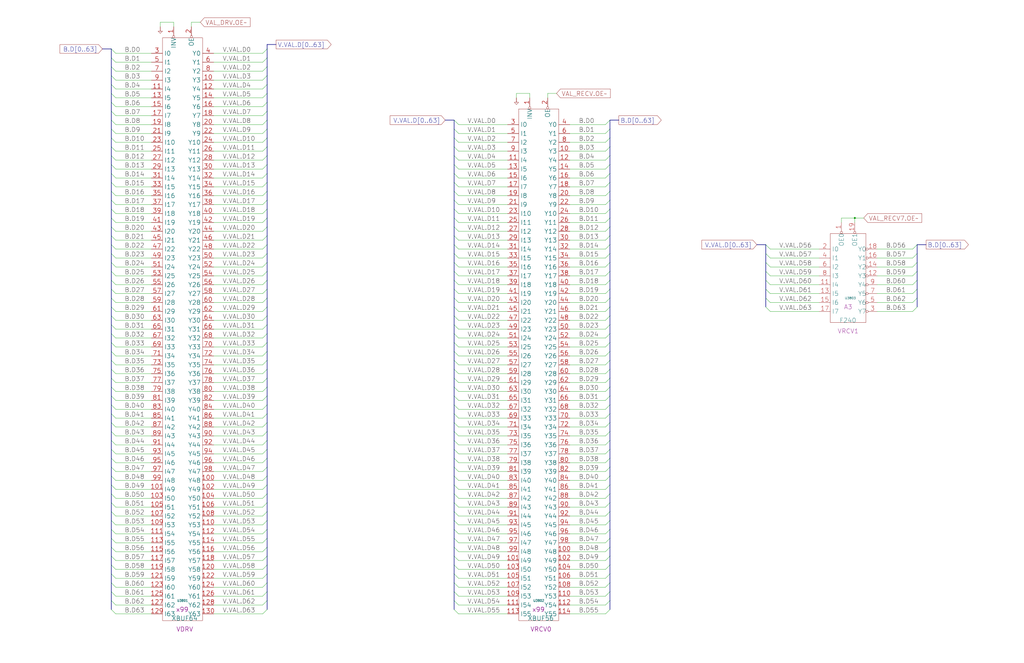
<source format=kicad_sch>
(kicad_sch (version 20230121) (generator eeschema)
  (paper "User" 584.2 378.46)
  (title_block (title "VAL DRIVER AND RECEIVER") (date "22-MAR-90") (rev "1.0") (comment 1 "VALUE") (comment 2 "232-003063") (comment 3 "S400") (comment 4 "RELEASED"))
  (junction (at 487.68 124.46))
  (bus_entry (at 347.98 231.14) (size -2.54 2.54))
  (bus_entry (at 63.5 231.14) (size 2.54 2.54))
  (bus_entry (at 63.5 190.5) (size 2.54 2.54))
  (bus_entry (at 259.08 210.82) (size 2.54 2.54))
  (bus_entry (at 63.5 261.62) (size 2.54 2.54))
  (bus_entry (at 259.08 241.3) (size 2.54 2.54))
  (bus_entry (at 63.5 297.18) (size 2.54 2.54))
  (bus_entry (at 347.98 246.38) (size -2.54 2.54))
  (bus_entry (at 152.4 180.34) (size -2.54 2.54))
  (bus_entry (at 63.5 246.38) (size 2.54 2.54))
  (bus_entry (at 347.98 83.82) (size -2.54 2.54))
  (bus_entry (at 152.4 149.86) (size -2.54 2.54))
  (bus_entry (at 259.08 256.54) (size 2.54 2.54))
  (bus_entry (at 152.4 292.1) (size -2.54 2.54))
  (bus_entry (at 347.98 109.22) (size -2.54 2.54))
  (bus_entry (at 152.4 154.94) (size -2.54 2.54))
  (bus_entry (at 152.4 317.5) (size -2.54 2.54))
  (bus_entry (at 152.4 251.46) (size -2.54 2.54))
  (bus_entry (at 152.4 271.78) (size -2.54 2.54))
  (bus_entry (at 152.4 99.06) (size -2.54 2.54))
  (bus_entry (at 347.98 307.34) (size -2.54 2.54))
  (bus_entry (at 347.98 347.98) (size -2.54 2.54))
  (bus_entry (at 347.98 195.58) (size -2.54 2.54))
  (bus_entry (at 259.08 170.18) (size 2.54 2.54))
  (bus_entry (at 63.5 160.02) (size 2.54 2.54))
  (bus_entry (at 152.4 276.86) (size -2.54 2.54))
  (bus_entry (at 152.4 241.3) (size -2.54 2.54))
  (bus_entry (at 347.98 327.66) (size -2.54 2.54))
  (bus_entry (at 523.24 170.18) (size -2.54 2.54))
  (bus_entry (at 259.08 180.34) (size 2.54 2.54))
  (bus_entry (at 152.4 347.98) (size -2.54 2.54))
  (bus_entry (at 152.4 312.42) (size -2.54 2.54))
  (bus_entry (at 259.08 312.42) (size 2.54 2.54))
  (bus_entry (at 259.08 134.62) (size 2.54 2.54))
  (bus_entry (at 152.4 175.26) (size -2.54 2.54))
  (bus_entry (at 63.5 307.34) (size 2.54 2.54))
  (bus_entry (at 152.4 256.54) (size -2.54 2.54))
  (bus_entry (at 347.98 165.1) (size -2.54 2.54))
  (bus_entry (at 152.4 322.58) (size -2.54 2.54))
  (bus_entry (at 436.88 139.7) (size 2.54 2.54))
  (bus_entry (at 152.4 185.42) (size -2.54 2.54))
  (bus_entry (at 347.98 139.7) (size -2.54 2.54))
  (bus_entry (at 63.5 241.3) (size 2.54 2.54))
  (bus_entry (at 63.5 332.74) (size 2.54 2.54))
  (bus_entry (at 523.24 154.94) (size -2.54 2.54))
  (bus_entry (at 259.08 327.66) (size 2.54 2.54))
  (bus_entry (at 63.5 73.66) (size 2.54 2.54))
  (bus_entry (at 347.98 322.58) (size -2.54 2.54))
  (bus_entry (at 523.24 160.02) (size -2.54 2.54))
  (bus_entry (at 259.08 276.86) (size 2.54 2.54))
  (bus_entry (at 347.98 129.54) (size -2.54 2.54))
  (bus_entry (at 259.08 119.38) (size 2.54 2.54))
  (bus_entry (at 63.5 119.38) (size 2.54 2.54))
  (bus_entry (at 152.4 342.9) (size -2.54 2.54))
  (bus_entry (at 152.4 83.82) (size -2.54 2.54))
  (bus_entry (at 259.08 347.98) (size 2.54 2.54))
  (bus_entry (at 347.98 185.42) (size -2.54 2.54))
  (bus_entry (at 152.4 78.74) (size -2.54 2.54))
  (bus_entry (at 259.08 226.06) (size 2.54 2.54))
  (bus_entry (at 347.98 205.74) (size -2.54 2.54))
  (bus_entry (at 259.08 129.54) (size 2.54 2.54))
  (bus_entry (at 152.4 93.98) (size -2.54 2.54))
  (bus_entry (at 347.98 215.9) (size -2.54 2.54))
  (bus_entry (at 63.5 210.82) (size 2.54 2.54))
  (bus_entry (at 63.5 99.06) (size 2.54 2.54))
  (bus_entry (at 436.88 165.1) (size 2.54 2.54))
  (bus_entry (at 259.08 99.06) (size 2.54 2.54))
  (bus_entry (at 152.4 215.9) (size -2.54 2.54))
  (bus_entry (at 63.5 281.94) (size 2.54 2.54))
  (bus_entry (at 259.08 200.66) (size 2.54 2.54))
  (bus_entry (at 63.5 63.5) (size 2.54 2.54))
  (bus_entry (at 63.5 139.7) (size 2.54 2.54))
  (bus_entry (at 259.08 246.38) (size 2.54 2.54))
  (bus_entry (at 347.98 124.46) (size -2.54 2.54))
  (bus_entry (at 259.08 144.78) (size 2.54 2.54))
  (bus_entry (at 152.4 43.18) (size -2.54 2.54))
  (bus_entry (at 63.5 317.5) (size 2.54 2.54))
  (bus_entry (at 259.08 93.98) (size 2.54 2.54))
  (bus_entry (at 152.4 266.7) (size -2.54 2.54))
  (bus_entry (at 63.5 129.54) (size 2.54 2.54))
  (bus_entry (at 152.4 231.14) (size -2.54 2.54))
  (bus_entry (at 347.98 154.94) (size -2.54 2.54))
  (bus_entry (at 259.08 68.58) (size 2.54 2.54))
  (bus_entry (at 63.5 302.26) (size 2.54 2.54))
  (bus_entry (at 436.88 154.94) (size 2.54 2.54))
  (bus_entry (at 259.08 190.5) (size 2.54 2.54))
  (bus_entry (at 63.5 180.34) (size 2.54 2.54))
  (bus_entry (at 152.4 109.22) (size -2.54 2.54))
  (bus_entry (at 259.08 215.9) (size 2.54 2.54))
  (bus_entry (at 63.5 205.74) (size 2.54 2.54))
  (bus_entry (at 259.08 220.98) (size 2.54 2.54))
  (bus_entry (at 152.4 261.62) (size -2.54 2.54))
  (bus_entry (at 152.4 139.7) (size -2.54 2.54))
  (bus_entry (at 152.4 236.22) (size -2.54 2.54))
  (bus_entry (at 152.4 307.34) (size -2.54 2.54))
  (bus_entry (at 152.4 144.78) (size -2.54 2.54))
  (bus_entry (at 259.08 160.02) (size 2.54 2.54))
  (bus_entry (at 63.5 104.14) (size 2.54 2.54))
  (bus_entry (at 63.5 175.26) (size 2.54 2.54))
  (bus_entry (at 259.08 236.22) (size 2.54 2.54))
  (bus_entry (at 523.24 139.7) (size -2.54 2.54))
  (bus_entry (at 63.5 165.1) (size 2.54 2.54))
  (bus_entry (at 347.98 261.62) (size -2.54 2.54))
  (bus_entry (at 152.4 53.34) (size -2.54 2.54))
  (bus_entry (at 63.5 134.62) (size 2.54 2.54))
  (bus_entry (at 347.98 220.98) (size -2.54 2.54))
  (bus_entry (at 347.98 73.66) (size -2.54 2.54))
  (bus_entry (at 63.5 58.42) (size 2.54 2.54))
  (bus_entry (at 347.98 180.34) (size -2.54 2.54))
  (bus_entry (at 152.4 226.06) (size -2.54 2.54))
  (bus_entry (at 152.4 160.02) (size -2.54 2.54))
  (bus_entry (at 63.5 200.66) (size 2.54 2.54))
  (bus_entry (at 63.5 78.74) (size 2.54 2.54))
  (bus_entry (at 259.08 271.78) (size 2.54 2.54))
  (bus_entry (at 259.08 266.7) (size 2.54 2.54))
  (bus_entry (at 63.5 271.78) (size 2.54 2.54))
  (bus_entry (at 347.98 226.06) (size -2.54 2.54))
  (bus_entry (at 259.08 332.74) (size 2.54 2.54))
  (bus_entry (at 152.4 205.74) (size -2.54 2.54))
  (bus_entry (at 152.4 302.26) (size -2.54 2.54))
  (bus_entry (at 347.98 337.82) (size -2.54 2.54))
  (bus_entry (at 347.98 114.3) (size -2.54 2.54))
  (bus_entry (at 152.4 190.5) (size -2.54 2.54))
  (bus_entry (at 259.08 78.74) (size 2.54 2.54))
  (bus_entry (at 152.4 210.82) (size -2.54 2.54))
  (bus_entry (at 63.5 33.02) (size 2.54 2.54))
  (bus_entry (at 63.5 287.02) (size 2.54 2.54))
  (bus_entry (at 259.08 281.94) (size 2.54 2.54))
  (bus_entry (at 152.4 129.54) (size -2.54 2.54))
  (bus_entry (at 347.98 78.74) (size -2.54 2.54))
  (bus_entry (at 152.4 327.66) (size -2.54 2.54))
  (bus_entry (at 259.08 251.46) (size 2.54 2.54))
  (bus_entry (at 63.5 93.98) (size 2.54 2.54))
  (bus_entry (at 152.4 332.74) (size -2.54 2.54))
  (bus_entry (at 259.08 83.82) (size 2.54 2.54))
  (bus_entry (at 347.98 99.06) (size -2.54 2.54))
  (bus_entry (at 63.5 266.7) (size 2.54 2.54))
  (bus_entry (at 259.08 287.02) (size 2.54 2.54))
  (bus_entry (at 63.5 322.58) (size 2.54 2.54))
  (bus_entry (at 63.5 195.58) (size 2.54 2.54))
  (bus_entry (at 347.98 302.26) (size -2.54 2.54))
  (bus_entry (at 152.4 33.02) (size -2.54 2.54))
  (bus_entry (at 152.4 27.94) (size -2.54 2.54))
  (bus_entry (at 152.4 119.38) (size -2.54 2.54))
  (bus_entry (at 259.08 292.1) (size 2.54 2.54))
  (bus_entry (at 63.5 114.3) (size 2.54 2.54))
  (bus_entry (at 152.4 337.82) (size -2.54 2.54))
  (bus_entry (at 63.5 124.46) (size 2.54 2.54))
  (bus_entry (at 347.98 144.78) (size -2.54 2.54))
  (bus_entry (at 259.08 73.66) (size 2.54 2.54))
  (bus_entry (at 347.98 271.78) (size -2.54 2.54))
  (bus_entry (at 152.4 246.38) (size -2.54 2.54))
  (bus_entry (at 63.5 215.9) (size 2.54 2.54))
  (bus_entry (at 63.5 292.1) (size 2.54 2.54))
  (bus_entry (at 347.98 160.02) (size -2.54 2.54))
  (bus_entry (at 259.08 185.42) (size 2.54 2.54))
  (bus_entry (at 347.98 332.74) (size -2.54 2.54))
  (bus_entry (at 436.88 170.18) (size 2.54 2.54))
  (bus_entry (at 63.5 88.9) (size 2.54 2.54))
  (bus_entry (at 347.98 292.1) (size -2.54 2.54))
  (bus_entry (at 259.08 109.22) (size 2.54 2.54))
  (bus_entry (at 259.08 307.34) (size 2.54 2.54))
  (bus_entry (at 152.4 281.94) (size -2.54 2.54))
  (bus_entry (at 152.4 287.02) (size -2.54 2.54))
  (bus_entry (at 259.08 154.94) (size 2.54 2.54))
  (bus_entry (at 347.98 149.86) (size -2.54 2.54))
  (bus_entry (at 347.98 317.5) (size -2.54 2.54))
  (bus_entry (at 152.4 195.58) (size -2.54 2.54))
  (bus_entry (at 152.4 38.1) (size -2.54 2.54))
  (bus_entry (at 436.88 144.78) (size 2.54 2.54))
  (bus_entry (at 152.4 88.9) (size -2.54 2.54))
  (bus_entry (at 152.4 114.3) (size -2.54 2.54))
  (bus_entry (at 347.98 236.22) (size -2.54 2.54))
  (bus_entry (at 347.98 119.38) (size -2.54 2.54))
  (bus_entry (at 259.08 149.86) (size 2.54 2.54))
  (bus_entry (at 63.5 327.66) (size 2.54 2.54))
  (bus_entry (at 259.08 302.26) (size 2.54 2.54))
  (bus_entry (at 347.98 256.54) (size -2.54 2.54))
  (bus_entry (at 347.98 170.18) (size -2.54 2.54))
  (bus_entry (at 347.98 297.18) (size -2.54 2.54))
  (bus_entry (at 347.98 210.82) (size -2.54 2.54))
  (bus_entry (at 259.08 114.3) (size 2.54 2.54))
  (bus_entry (at 259.08 88.9) (size 2.54 2.54))
  (bus_entry (at 347.98 93.98) (size -2.54 2.54))
  (bus_entry (at 63.5 144.78) (size 2.54 2.54))
  (bus_entry (at 63.5 83.82) (size 2.54 2.54))
  (bus_entry (at 152.4 104.14) (size -2.54 2.54))
  (bus_entry (at 259.08 139.7) (size 2.54 2.54))
  (bus_entry (at 63.5 256.54) (size 2.54 2.54))
  (bus_entry (at 152.4 170.18) (size -2.54 2.54))
  (bus_entry (at 347.98 190.5) (size -2.54 2.54))
  (bus_entry (at 259.08 175.26) (size 2.54 2.54))
  (bus_entry (at 63.5 154.94) (size 2.54 2.54))
  (bus_entry (at 347.98 342.9) (size -2.54 2.54))
  (bus_entry (at 63.5 48.26) (size 2.54 2.54))
  (bus_entry (at 347.98 251.46) (size -2.54 2.54))
  (bus_entry (at 523.24 175.26) (size -2.54 2.54))
  (bus_entry (at 63.5 226.06) (size 2.54 2.54))
  (bus_entry (at 63.5 236.22) (size 2.54 2.54))
  (bus_entry (at 63.5 251.46) (size 2.54 2.54))
  (bus_entry (at 152.4 63.5) (size -2.54 2.54))
  (bus_entry (at 152.4 48.26) (size -2.54 2.54))
  (bus_entry (at 259.08 195.58) (size 2.54 2.54))
  (bus_entry (at 63.5 220.98) (size 2.54 2.54))
  (bus_entry (at 63.5 27.94) (size 2.54 2.54))
  (bus_entry (at 347.98 241.3) (size -2.54 2.54))
  (bus_entry (at 347.98 287.02) (size -2.54 2.54))
  (bus_entry (at 347.98 281.94) (size -2.54 2.54))
  (bus_entry (at 152.4 73.66) (size -2.54 2.54))
  (bus_entry (at 63.5 43.18) (size 2.54 2.54))
  (bus_entry (at 259.08 124.46) (size 2.54 2.54))
  (bus_entry (at 63.5 38.1) (size 2.54 2.54))
  (bus_entry (at 63.5 342.9) (size 2.54 2.54))
  (bus_entry (at 259.08 337.82) (size 2.54 2.54))
  (bus_entry (at 63.5 109.22) (size 2.54 2.54))
  (bus_entry (at 152.4 220.98) (size -2.54 2.54))
  (bus_entry (at 259.08 165.1) (size 2.54 2.54))
  (bus_entry (at 259.08 317.5) (size 2.54 2.54))
  (bus_entry (at 152.4 124.46) (size -2.54 2.54))
  (bus_entry (at 259.08 297.18) (size 2.54 2.54))
  (bus_entry (at 152.4 58.42) (size -2.54 2.54))
  (bus_entry (at 436.88 149.86) (size 2.54 2.54))
  (bus_entry (at 347.98 200.66) (size -2.54 2.54))
  (bus_entry (at 259.08 104.14) (size 2.54 2.54))
  (bus_entry (at 347.98 276.86) (size -2.54 2.54))
  (bus_entry (at 523.24 144.78) (size -2.54 2.54))
  (bus_entry (at 63.5 68.58) (size 2.54 2.54))
  (bus_entry (at 259.08 322.58) (size 2.54 2.54))
  (bus_entry (at 347.98 266.7) (size -2.54 2.54))
  (bus_entry (at 347.98 134.62) (size -2.54 2.54))
  (bus_entry (at 152.4 297.18) (size -2.54 2.54))
  (bus_entry (at 152.4 134.62) (size -2.54 2.54))
  (bus_entry (at 259.08 261.62) (size 2.54 2.54))
  (bus_entry (at 152.4 68.58) (size -2.54 2.54))
  (bus_entry (at 259.08 205.74) (size 2.54 2.54))
  (bus_entry (at 63.5 276.86) (size 2.54 2.54))
  (bus_entry (at 63.5 53.34) (size 2.54 2.54))
  (bus_entry (at 152.4 165.1) (size -2.54 2.54))
  (bus_entry (at 63.5 337.82) (size 2.54 2.54))
  (bus_entry (at 152.4 200.66) (size -2.54 2.54))
  (bus_entry (at 523.24 165.1) (size -2.54 2.54))
  (bus_entry (at 63.5 149.86) (size 2.54 2.54))
  (bus_entry (at 436.88 160.02) (size 2.54 2.54))
  (bus_entry (at 63.5 312.42) (size 2.54 2.54))
  (bus_entry (at 63.5 185.42) (size 2.54 2.54))
  (bus_entry (at 63.5 347.98) (size 2.54 2.54))
  (bus_entry (at 259.08 231.14) (size 2.54 2.54))
  (bus_entry (at 347.98 88.9) (size -2.54 2.54))
  (bus_entry (at 347.98 104.14) (size -2.54 2.54))
  (bus_entry (at 347.98 312.42) (size -2.54 2.54))
  (bus_entry (at 259.08 342.9) (size 2.54 2.54))
  (bus_entry (at 436.88 175.26) (size 2.54 2.54))
  (bus_entry (at 523.24 149.86) (size -2.54 2.54))
  (bus_entry (at 347.98 175.26) (size -2.54 2.54))
  (bus_entry (at 347.98 68.58) (size -2.54 2.54))
  (bus_entry (at 63.5 170.18) (size 2.54 2.54))
  (bus (pts (xy 63.5 175.26) (xy 63.5 180.34)))
  (wire (pts (xy 149.86 238.76) (xy 121.92 238.76)))
  (bus (pts (xy 259.08 287.02) (xy 259.08 292.1)))
  (bus (pts (xy 523.24 139.7) (xy 523.24 144.78)))
  (wire (pts (xy 86.36 264.16) (xy 66.04 264.16)))
  (bus (pts (xy 259.08 170.18) (xy 259.08 175.26)))
  (bus (pts (xy 347.98 317.5) (xy 347.98 322.58)))
  (wire (pts (xy 261.62 76.2) (xy 289.56 76.2)))
  (bus (pts (xy 63.5 48.26) (xy 63.5 53.34)))
  (wire (pts (xy 149.86 152.4) (xy 121.92 152.4)))
  (bus (pts (xy 63.5 27.94) (xy 63.5 33.02)))
  (wire (pts (xy 480.06 124.46) (xy 480.06 127)))
  (wire (pts (xy 439.42 177.8) (xy 467.36 177.8)))
  (wire (pts (xy 325.12 243.84) (xy 345.44 243.84)))
  (wire (pts (xy 86.36 233.68) (xy 66.04 233.68)))
  (wire (pts (xy 86.36 45.72) (xy 66.04 45.72)))
  (bus (pts (xy 347.98 73.66) (xy 347.98 78.74)))
  (bus (pts (xy 259.08 307.34) (xy 259.08 312.42)))
  (bus (pts (xy 259.08 200.66) (xy 259.08 205.74)))
  (wire (pts (xy 325.12 213.36) (xy 345.44 213.36)))
  (bus (pts (xy 259.08 226.06) (xy 259.08 231.14)))
  (bus (pts (xy 152.4 307.34) (xy 152.4 312.42)))
  (wire (pts (xy 86.36 76.2) (xy 66.04 76.2)))
  (bus (pts (xy 63.5 226.06) (xy 63.5 231.14)))
  (wire (pts (xy 86.36 132.08) (xy 66.04 132.08)))
  (wire (pts (xy 109.22 12.7) (xy 109.22 15.24)))
  (bus (pts (xy 63.5 160.02) (xy 63.5 165.1)))
  (wire (pts (xy 86.36 81.28) (xy 66.04 81.28)))
  (bus (pts (xy 347.98 251.46) (xy 347.98 256.54)))
  (bus (pts (xy 63.5 190.5) (xy 63.5 195.58)))
  (wire (pts (xy 121.92 335.28) (xy 149.86 335.28)))
  (wire (pts (xy 149.86 71.12) (xy 121.92 71.12)))
  (bus (pts (xy 353.06 68.58) (xy 347.98 68.58)))
  (bus (pts (xy 58.42 27.94) (xy 63.5 27.94)))
  (wire (pts (xy 149.86 81.28) (xy 121.92 81.28)))
  (bus (pts (xy 347.98 292.1) (xy 347.98 297.18)))
  (wire (pts (xy 149.86 50.8) (xy 121.92 50.8)))
  (bus (pts (xy 259.08 114.3) (xy 259.08 119.38)))
  (bus (pts (xy 347.98 266.7) (xy 347.98 271.78)))
  (wire (pts (xy 261.62 350.52) (xy 289.56 350.52)))
  (wire (pts (xy 66.04 320.04) (xy 86.36 320.04)))
  (bus (pts (xy 528.32 139.7) (xy 523.24 139.7)))
  (bus (pts (xy 259.08 83.82) (xy 259.08 88.9)))
  (bus (pts (xy 259.08 281.94) (xy 259.08 287.02)))
  (wire (pts (xy 86.36 223.52) (xy 66.04 223.52)))
  (bus (pts (xy 63.5 139.7) (xy 63.5 144.78)))
  (bus (pts (xy 152.4 165.1) (xy 152.4 170.18)))
  (bus (pts (xy 347.98 231.14) (xy 347.98 236.22)))
  (wire (pts (xy 86.36 243.84) (xy 66.04 243.84)))
  (bus (pts (xy 259.08 236.22) (xy 259.08 241.3)))
  (bus (pts (xy 63.5 180.34) (xy 63.5 185.42)))
  (wire (pts (xy 325.12 132.08) (xy 345.44 132.08)))
  (wire (pts (xy 66.04 325.12) (xy 86.36 325.12)))
  (wire (pts (xy 500.38 167.64) (xy 520.7 167.64)))
  (bus (pts (xy 152.4 292.1) (xy 152.4 297.18)))
  (wire (pts (xy 261.62 152.4) (xy 289.56 152.4)))
  (bus (pts (xy 152.4 63.5) (xy 152.4 68.58)))
  (wire (pts (xy 439.42 167.64) (xy 467.36 167.64)))
  (wire (pts (xy 86.36 147.32) (xy 66.04 147.32)))
  (bus (pts (xy 152.4 256.54) (xy 152.4 261.62)))
  (bus (pts (xy 63.5 154.94) (xy 63.5 160.02)))
  (bus (pts (xy 152.4 210.82) (xy 152.4 215.9)))
  (wire (pts (xy 325.12 208.28) (xy 345.44 208.28)))
  (bus (pts (xy 347.98 236.22) (xy 347.98 241.3)))
  (bus (pts (xy 63.5 195.58) (xy 63.5 200.66)))
  (wire (pts (xy 86.36 157.48) (xy 66.04 157.48)))
  (bus (pts (xy 523.24 144.78) (xy 523.24 149.86)))
  (wire (pts (xy 325.12 142.24) (xy 345.44 142.24)))
  (wire (pts (xy 121.92 320.04) (xy 149.86 320.04)))
  (bus (pts (xy 152.4 281.94) (xy 152.4 287.02)))
  (wire (pts (xy 325.12 279.4) (xy 345.44 279.4)))
  (bus (pts (xy 347.98 114.3) (xy 347.98 119.38)))
  (bus (pts (xy 347.98 246.38) (xy 347.98 251.46)))
  (bus (pts (xy 152.4 38.1) (xy 152.4 43.18)))
  (bus (pts (xy 259.08 180.34) (xy 259.08 185.42)))
  (wire (pts (xy 325.12 325.12) (xy 345.44 325.12)))
  (bus (pts (xy 152.4 129.54) (xy 152.4 134.62)))
  (wire (pts (xy 325.12 81.28) (xy 345.44 81.28)))
  (bus (pts (xy 152.4 160.02) (xy 152.4 165.1)))
  (wire (pts (xy 325.12 182.88) (xy 345.44 182.88)))
  (bus (pts (xy 347.98 276.86) (xy 347.98 281.94)))
  (bus (pts (xy 259.08 119.38) (xy 259.08 124.46)))
  (bus (pts (xy 259.08 337.82) (xy 259.08 342.9)))
  (bus (pts (xy 347.98 332.74) (xy 347.98 337.82)))
  (bus (pts (xy 152.4 53.34) (xy 152.4 58.42)))
  (bus (pts (xy 259.08 190.5) (xy 259.08 195.58)))
  (bus (pts (xy 63.5 109.22) (xy 63.5 114.3)))
  (wire (pts (xy 439.42 142.24) (xy 467.36 142.24)))
  (wire (pts (xy 261.62 320.04) (xy 289.56 320.04)))
  (wire (pts (xy 261.62 294.64) (xy 289.56 294.64)))
  (wire (pts (xy 261.62 269.24) (xy 289.56 269.24)))
  (bus (pts (xy 63.5 271.78) (xy 63.5 276.86)))
  (bus (pts (xy 63.5 322.58) (xy 63.5 327.66)))
  (wire (pts (xy 325.12 259.08) (xy 345.44 259.08)))
  (bus (pts (xy 436.88 139.7) (xy 436.88 144.78)))
  (bus (pts (xy 63.5 104.14) (xy 63.5 109.22)))
  (wire (pts (xy 149.86 76.2) (xy 121.92 76.2)))
  (bus (pts (xy 259.08 302.26) (xy 259.08 307.34)))
  (wire (pts (xy 325.12 177.8) (xy 345.44 177.8)))
  (bus (pts (xy 347.98 93.98) (xy 347.98 99.06)))
  (wire (pts (xy 86.36 193.04) (xy 66.04 193.04)))
  (bus (pts (xy 436.88 160.02) (xy 436.88 165.1)))
  (bus (pts (xy 259.08 165.1) (xy 259.08 170.18)))
  (wire (pts (xy 325.12 198.12) (xy 345.44 198.12)))
  (bus (pts (xy 347.98 104.14) (xy 347.98 109.22)))
  (wire (pts (xy 149.86 106.68) (xy 121.92 106.68)))
  (bus (pts (xy 63.5 241.3) (xy 63.5 246.38)))
  (bus (pts (xy 259.08 93.98) (xy 259.08 99.06)))
  (bus (pts (xy 63.5 236.22) (xy 63.5 241.3)))
  (bus (pts (xy 347.98 139.7) (xy 347.98 144.78)))
  (wire (pts (xy 261.62 96.52) (xy 289.56 96.52)))
  (bus (pts (xy 152.4 43.18) (xy 152.4 48.26)))
  (wire (pts (xy 149.86 182.88) (xy 121.92 182.88)))
  (wire (pts (xy 261.62 177.8) (xy 289.56 177.8)))
  (wire (pts (xy 86.36 177.8) (xy 66.04 177.8)))
  (bus (pts (xy 152.4 302.26) (xy 152.4 307.34)))
  (wire (pts (xy 86.36 228.6) (xy 66.04 228.6)))
  (bus (pts (xy 152.4 25.4) (xy 152.4 27.94)))
  (wire (pts (xy 149.86 55.88) (xy 121.92 55.88)))
  (bus (pts (xy 152.4 266.7) (xy 152.4 271.78)))
  (bus (pts (xy 259.08 297.18) (xy 259.08 302.26)))
  (wire (pts (xy 86.36 304.8) (xy 66.04 304.8)))
  (bus (pts (xy 347.98 220.98) (xy 347.98 226.06)))
  (wire (pts (xy 261.62 289.56) (xy 289.56 289.56)))
  (wire (pts (xy 261.62 345.44) (xy 289.56 345.44)))
  (bus (pts (xy 347.98 83.82) (xy 347.98 88.9)))
  (bus (pts (xy 152.4 327.66) (xy 152.4 332.74)))
  (bus (pts (xy 259.08 195.58) (xy 259.08 200.66)))
  (bus (pts (xy 259.08 99.06) (xy 259.08 104.14)))
  (bus (pts (xy 259.08 124.46) (xy 259.08 129.54)))
  (bus (pts (xy 152.4 312.42) (xy 152.4 317.5)))
  (bus (pts (xy 347.98 261.62) (xy 347.98 266.7)))
  (bus (pts (xy 63.5 38.1) (xy 63.5 43.18)))
  (wire (pts (xy 149.86 91.44) (xy 121.92 91.44)))
  (wire (pts (xy 86.36 152.4) (xy 66.04 152.4)))
  (bus (pts (xy 63.5 93.98) (xy 63.5 99.06)))
  (wire (pts (xy 86.36 238.76) (xy 66.04 238.76)))
  (bus (pts (xy 259.08 154.94) (xy 259.08 160.02)))
  (bus (pts (xy 347.98 281.94) (xy 347.98 287.02)))
  (bus (pts (xy 347.98 307.34) (xy 347.98 312.42)))
  (wire (pts (xy 261.62 203.2) (xy 289.56 203.2)))
  (wire (pts (xy 66.04 340.36) (xy 86.36 340.36)))
  (bus (pts (xy 152.4 119.38) (xy 152.4 124.46)))
  (wire (pts (xy 121.92 314.96) (xy 149.86 314.96)))
  (wire (pts (xy 149.86 304.8) (xy 121.92 304.8)))
  (bus (pts (xy 347.98 154.94) (xy 347.98 160.02)))
  (wire (pts (xy 439.42 147.32) (xy 467.36 147.32)))
  (bus (pts (xy 63.5 68.58) (xy 63.5 73.66)))
  (wire (pts (xy 149.86 259.08) (xy 121.92 259.08)))
  (wire (pts (xy 261.62 238.76) (xy 289.56 238.76)))
  (bus (pts (xy 259.08 215.9) (xy 259.08 220.98)))
  (bus (pts (xy 63.5 73.66) (xy 63.5 78.74)))
  (wire (pts (xy 325.12 345.44) (xy 345.44 345.44)))
  (bus (pts (xy 347.98 205.74) (xy 347.98 210.82)))
  (wire (pts (xy 149.86 284.48) (xy 121.92 284.48)))
  (wire (pts (xy 261.62 218.44) (xy 289.56 218.44)))
  (wire (pts (xy 149.86 137.16) (xy 121.92 137.16)))
  (wire (pts (xy 149.86 111.76) (xy 121.92 111.76)))
  (wire (pts (xy 149.86 121.92) (xy 121.92 121.92)))
  (bus (pts (xy 63.5 88.9) (xy 63.5 93.98)))
  (bus (pts (xy 63.5 114.3) (xy 63.5 119.38)))
  (bus (pts (xy 63.5 185.42) (xy 63.5 190.5)))
  (bus (pts (xy 347.98 337.82) (xy 347.98 342.9)))
  (wire (pts (xy 325.12 350.52) (xy 345.44 350.52)))
  (wire (pts (xy 261.62 172.72) (xy 289.56 172.72)))
  (wire (pts (xy 261.62 106.68) (xy 289.56 106.68)))
  (wire (pts (xy 149.86 132.08) (xy 121.92 132.08)))
  (wire (pts (xy 325.12 269.24) (xy 345.44 269.24)))
  (bus (pts (xy 259.08 205.74) (xy 259.08 210.82)))
  (wire (pts (xy 149.86 60.96) (xy 121.92 60.96)))
  (bus (pts (xy 63.5 287.02) (xy 63.5 292.1)))
  (wire (pts (xy 487.68 124.46) (xy 487.68 127)))
  (bus (pts (xy 152.4 175.26) (xy 152.4 180.34)))
  (bus (pts (xy 152.4 58.42) (xy 152.4 63.5)))
  (bus (pts (xy 152.4 226.06) (xy 152.4 231.14)))
  (wire (pts (xy 86.36 91.44) (xy 66.04 91.44)))
  (wire (pts (xy 86.36 284.48) (xy 66.04 284.48)))
  (bus (pts (xy 63.5 302.26) (xy 63.5 307.34)))
  (bus (pts (xy 152.4 220.98) (xy 152.4 226.06)))
  (wire (pts (xy 86.36 294.64) (xy 66.04 294.64)))
  (bus (pts (xy 259.08 129.54) (xy 259.08 134.62)))
  (wire (pts (xy 149.86 243.84) (xy 121.92 243.84)))
  (wire (pts (xy 86.36 167.64) (xy 66.04 167.64)))
  (bus (pts (xy 436.88 165.1) (xy 436.88 170.18)))
  (bus (pts (xy 259.08 104.14) (xy 259.08 109.22)))
  (bus (pts (xy 152.4 297.18) (xy 152.4 302.26)))
  (bus (pts (xy 63.5 165.1) (xy 63.5 170.18)))
  (wire (pts (xy 302.26 53.34) (xy 302.26 55.88)))
  (wire (pts (xy 149.86 172.72) (xy 121.92 172.72)))
  (bus (pts (xy 347.98 327.66) (xy 347.98 332.74)))
  (bus (pts (xy 347.98 185.42) (xy 347.98 190.5)))
  (bus (pts (xy 259.08 220.98) (xy 259.08 226.06)))
  (wire (pts (xy 325.12 330.2) (xy 345.44 330.2)))
  (bus (pts (xy 152.4 180.34) (xy 152.4 185.42)))
  (wire (pts (xy 325.12 264.16) (xy 345.44 264.16)))
  (wire (pts (xy 149.86 203.2) (xy 121.92 203.2)))
  (bus (pts (xy 259.08 160.02) (xy 259.08 165.1)))
  (wire (pts (xy 261.62 279.4) (xy 289.56 279.4)))
  (bus (pts (xy 347.98 99.06) (xy 347.98 104.14)))
  (wire (pts (xy 261.62 248.92) (xy 289.56 248.92)))
  (wire (pts (xy 149.86 187.96) (xy 121.92 187.96)))
  (bus (pts (xy 63.5 210.82) (xy 63.5 215.9)))
  (wire (pts (xy 261.62 335.28) (xy 289.56 335.28)))
  (bus (pts (xy 152.4 190.5) (xy 152.4 195.58)))
  (bus (pts (xy 259.08 139.7) (xy 259.08 144.78)))
  (bus (pts (xy 152.4 78.74) (xy 152.4 83.82)))
  (bus (pts (xy 523.24 149.86) (xy 523.24 154.94)))
  (wire (pts (xy 325.12 147.32) (xy 345.44 147.32)))
  (wire (pts (xy 325.12 254) (xy 345.44 254)))
  (wire (pts (xy 149.86 264.16) (xy 121.92 264.16)))
  (bus (pts (xy 63.5 124.46) (xy 63.5 129.54)))
  (wire (pts (xy 325.12 314.96) (xy 345.44 314.96)))
  (bus (pts (xy 63.5 266.7) (xy 63.5 271.78)))
  (wire (pts (xy 149.86 198.12) (xy 121.92 198.12)))
  (bus (pts (xy 63.5 134.62) (xy 63.5 139.7)))
  (wire (pts (xy 325.12 284.48) (xy 345.44 284.48)))
  (bus (pts (xy 152.4 322.58) (xy 152.4 327.66)))
  (bus (pts (xy 347.98 287.02) (xy 347.98 292.1)))
  (bus (pts (xy 152.4 215.9) (xy 152.4 220.98)))
  (wire (pts (xy 325.12 111.76) (xy 345.44 111.76)))
  (wire (pts (xy 317.5 53.34) (xy 312.42 53.34)))
  (bus (pts (xy 259.08 276.86) (xy 259.08 281.94)))
  (bus (pts (xy 63.5 281.94) (xy 63.5 287.02)))
  (bus (pts (xy 152.4 195.58) (xy 152.4 200.66)))
  (bus (pts (xy 347.98 180.34) (xy 347.98 185.42)))
  (bus (pts (xy 347.98 195.58) (xy 347.98 200.66)))
  (bus (pts (xy 152.4 185.42) (xy 152.4 190.5)))
  (bus (pts (xy 152.4 134.62) (xy 152.4 139.7)))
  (bus (pts (xy 347.98 134.62) (xy 347.98 139.7)))
  (bus (pts (xy 63.5 149.86) (xy 63.5 154.94)))
  (wire (pts (xy 325.12 248.92) (xy 345.44 248.92)))
  (wire (pts (xy 325.12 162.56) (xy 345.44 162.56)))
  (wire (pts (xy 261.62 340.36) (xy 289.56 340.36)))
  (wire (pts (xy 325.12 335.28) (xy 345.44 335.28)))
  (bus (pts (xy 523.24 165.1) (xy 523.24 170.18)))
  (wire (pts (xy 86.36 274.32) (xy 66.04 274.32)))
  (wire (pts (xy 149.86 101.6) (xy 121.92 101.6)))
  (wire (pts (xy 261.62 228.6) (xy 289.56 228.6)))
  (bus (pts (xy 347.98 160.02) (xy 347.98 165.1)))
  (wire (pts (xy 86.36 162.56) (xy 66.04 162.56)))
  (bus (pts (xy 436.88 154.94) (xy 436.88 160.02)))
  (wire (pts (xy 325.12 106.68) (xy 345.44 106.68)))
  (bus (pts (xy 347.98 256.54) (xy 347.98 261.62)))
  (bus (pts (xy 63.5 99.06) (xy 63.5 104.14)))
  (wire (pts (xy 439.42 172.72) (xy 467.36 172.72)))
  (wire (pts (xy 325.12 116.84) (xy 345.44 116.84)))
  (bus (pts (xy 523.24 160.02) (xy 523.24 165.1)))
  (bus (pts (xy 347.98 165.1) (xy 347.98 170.18)))
  (wire (pts (xy 149.86 193.04) (xy 121.92 193.04)))
  (wire (pts (xy 325.12 274.32) (xy 345.44 274.32)))
  (bus (pts (xy 436.88 144.78) (xy 436.88 149.86)))
  (wire (pts (xy 149.86 248.92) (xy 121.92 248.92)))
  (wire (pts (xy 86.36 66.04) (xy 66.04 66.04)))
  (bus (pts (xy 63.5 58.42) (xy 63.5 63.5)))
  (wire (pts (xy 149.86 45.72) (xy 121.92 45.72)))
  (wire (pts (xy 500.38 152.4) (xy 520.7 152.4)))
  (bus (pts (xy 347.98 302.26) (xy 347.98 307.34)))
  (bus (pts (xy 63.5 231.14) (xy 63.5 236.22)))
  (bus (pts (xy 259.08 149.86) (xy 259.08 154.94)))
  (bus (pts (xy 152.4 48.26) (xy 152.4 53.34)))
  (bus (pts (xy 347.98 241.3) (xy 347.98 246.38)))
  (bus (pts (xy 347.98 88.9) (xy 347.98 93.98)))
  (wire (pts (xy 325.12 299.72) (xy 345.44 299.72)))
  (wire (pts (xy 261.62 162.56) (xy 289.56 162.56)))
  (wire (pts (xy 325.12 294.64) (xy 345.44 294.64)))
  (wire (pts (xy 86.36 30.48) (xy 66.04 30.48)))
  (wire (pts (xy 149.86 167.64) (xy 121.92 167.64)))
  (wire (pts (xy 261.62 254) (xy 289.56 254)))
  (wire (pts (xy 261.62 187.96) (xy 289.56 187.96)))
  (wire (pts (xy 86.36 96.52) (xy 66.04 96.52)))
  (bus (pts (xy 152.4 149.86) (xy 152.4 154.94)))
  (wire (pts (xy 325.12 238.76) (xy 345.44 238.76)))
  (wire (pts (xy 261.62 71.12) (xy 289.56 71.12)))
  (wire (pts (xy 261.62 182.88) (xy 289.56 182.88)))
  (wire (pts (xy 325.12 172.72) (xy 345.44 172.72)))
  (wire (pts (xy 500.38 172.72) (xy 520.7 172.72)))
  (wire (pts (xy 325.12 340.36) (xy 345.44 340.36)))
  (wire (pts (xy 261.62 116.84) (xy 289.56 116.84)))
  (bus (pts (xy 152.4 205.74) (xy 152.4 210.82)))
  (wire (pts (xy 99.06 12.7) (xy 99.06 15.24)))
  (bus (pts (xy 152.4 317.5) (xy 152.4 322.58)))
  (bus (pts (xy 152.4 342.9) (xy 152.4 347.98)))
  (bus (pts (xy 152.4 261.62) (xy 152.4 266.7)))
  (wire (pts (xy 86.36 269.24) (xy 66.04 269.24)))
  (wire (pts (xy 325.12 218.44) (xy 345.44 218.44)))
  (wire (pts (xy 500.38 147.32) (xy 520.7 147.32)))
  (wire (pts (xy 149.86 223.52) (xy 121.92 223.52)))
  (bus (pts (xy 152.4 99.06) (xy 152.4 104.14)))
  (wire (pts (xy 325.12 137.16) (xy 345.44 137.16)))
  (wire (pts (xy 261.62 223.52) (xy 289.56 223.52)))
  (wire (pts (xy 149.86 299.72) (xy 121.92 299.72)))
  (wire (pts (xy 261.62 304.8) (xy 289.56 304.8)))
  (wire (pts (xy 261.62 91.44) (xy 289.56 91.44)))
  (bus (pts (xy 152.4 109.22) (xy 152.4 114.3)))
  (wire (pts (xy 149.86 177.8) (xy 121.92 177.8)))
  (wire (pts (xy 325.12 76.2) (xy 345.44 76.2)))
  (wire (pts (xy 86.36 218.44) (xy 66.04 218.44)))
  (wire (pts (xy 325.12 121.92) (xy 345.44 121.92)))
  (wire (pts (xy 86.36 71.12) (xy 66.04 71.12)))
  (bus (pts (xy 63.5 78.74) (xy 63.5 83.82)))
  (bus (pts (xy 347.98 190.5) (xy 347.98 195.58)))
  (wire (pts (xy 149.86 35.56) (xy 121.92 35.56)))
  (wire (pts (xy 86.36 203.2) (xy 66.04 203.2)))
  (bus (pts (xy 152.4 83.82) (xy 152.4 88.9)))
  (bus (pts (xy 152.4 241.3) (xy 152.4 246.38)))
  (bus (pts (xy 347.98 342.9) (xy 347.98 347.98)))
  (bus (pts (xy 259.08 266.7) (xy 259.08 271.78)))
  (wire (pts (xy 325.12 309.88) (xy 345.44 309.88)))
  (bus (pts (xy 259.08 73.66) (xy 259.08 78.74)))
  (wire (pts (xy 500.38 162.56) (xy 520.7 162.56)))
  (wire (pts (xy 325.12 289.56) (xy 345.44 289.56)))
  (wire (pts (xy 149.86 289.56) (xy 121.92 289.56)))
  (bus (pts (xy 152.4 271.78) (xy 152.4 276.86)))
  (wire (pts (xy 261.62 284.48) (xy 289.56 284.48)))
  (wire (pts (xy 261.62 259.08) (xy 289.56 259.08)))
  (bus (pts (xy 259.08 78.74) (xy 259.08 83.82)))
  (bus (pts (xy 63.5 220.98) (xy 63.5 226.06)))
  (bus (pts (xy 259.08 241.3) (xy 259.08 246.38)))
  (bus (pts (xy 63.5 307.34) (xy 63.5 312.42)))
  (bus (pts (xy 152.4 170.18) (xy 152.4 175.26)))
  (bus (pts (xy 259.08 134.62) (xy 259.08 139.7)))
  (bus (pts (xy 63.5 200.66) (xy 63.5 205.74)))
  (bus (pts (xy 259.08 322.58) (xy 259.08 327.66)))
  (wire (pts (xy 261.62 132.08) (xy 289.56 132.08)))
  (bus (pts (xy 347.98 322.58) (xy 347.98 327.66)))
  (wire (pts (xy 86.36 259.08) (xy 66.04 259.08)))
  (wire (pts (xy 149.86 254) (xy 121.92 254)))
  (wire (pts (xy 149.86 218.44) (xy 121.92 218.44)))
  (wire (pts (xy 66.04 335.28) (xy 86.36 335.28)))
  (bus (pts (xy 259.08 332.74) (xy 259.08 337.82)))
  (wire (pts (xy 261.62 314.96) (xy 289.56 314.96)))
  (bus (pts (xy 347.98 78.74) (xy 347.98 83.82)))
  (wire (pts (xy 312.42 53.34) (xy 312.42 55.88)))
  (bus (pts (xy 259.08 342.9) (xy 259.08 347.98)))
  (bus (pts (xy 63.5 246.38) (xy 63.5 251.46)))
  (wire (pts (xy 325.12 71.12) (xy 345.44 71.12)))
  (bus (pts (xy 152.4 337.82) (xy 152.4 342.9)))
  (wire (pts (xy 492.76 124.46) (xy 487.68 124.46)))
  (bus (pts (xy 152.4 114.3) (xy 152.4 119.38)))
  (wire (pts (xy 261.62 243.84) (xy 289.56 243.84)))
  (bus (pts (xy 259.08 144.78) (xy 259.08 149.86)))
  (wire (pts (xy 149.86 127) (xy 121.92 127)))
  (wire (pts (xy 86.36 35.56) (xy 66.04 35.56)))
  (bus (pts (xy 63.5 337.82) (xy 63.5 342.9)))
  (bus (pts (xy 152.4 251.46) (xy 152.4 256.54)))
  (wire (pts (xy 86.36 208.28) (xy 66.04 208.28)))
  (bus (pts (xy 259.08 109.22) (xy 259.08 114.3)))
  (wire (pts (xy 261.62 111.76) (xy 289.56 111.76)))
  (wire (pts (xy 325.12 167.64) (xy 345.44 167.64)))
  (bus (pts (xy 152.4 236.22) (xy 152.4 241.3)))
  (bus (pts (xy 63.5 63.5) (xy 63.5 68.58)))
  (bus (pts (xy 63.5 332.74) (xy 63.5 337.82)))
  (wire (pts (xy 149.86 142.24) (xy 121.92 142.24)))
  (bus (pts (xy 63.5 261.62) (xy 63.5 266.7)))
  (wire (pts (xy 149.86 30.48) (xy 121.92 30.48)))
  (wire (pts (xy 86.36 101.6) (xy 66.04 101.6)))
  (wire (pts (xy 261.62 264.16) (xy 289.56 264.16)))
  (wire (pts (xy 86.36 86.36) (xy 66.04 86.36)))
  (wire (pts (xy 325.12 228.6) (xy 345.44 228.6)))
  (wire (pts (xy 261.62 193.04) (xy 289.56 193.04)))
  (wire (pts (xy 91.44 15.24) (xy 91.44 12.7)))
  (wire (pts (xy 500.38 177.8) (xy 520.7 177.8)))
  (wire (pts (xy 86.36 50.8) (xy 66.04 50.8)))
  (wire (pts (xy 66.04 345.44) (xy 86.36 345.44)))
  (wire (pts (xy 439.42 157.48) (xy 467.36 157.48)))
  (bus (pts (xy 347.98 312.42) (xy 347.98 317.5)))
  (wire (pts (xy 86.36 40.64) (xy 66.04 40.64)))
  (wire (pts (xy 149.86 162.56) (xy 121.92 162.56)))
  (bus (pts (xy 259.08 251.46) (xy 259.08 256.54)))
  (wire (pts (xy 261.62 330.2) (xy 289.56 330.2)))
  (wire (pts (xy 261.62 309.88) (xy 289.56 309.88)))
  (wire (pts (xy 325.12 101.6) (xy 345.44 101.6)))
  (wire (pts (xy 325.12 203.2) (xy 345.44 203.2)))
  (wire (pts (xy 325.12 157.48) (xy 345.44 157.48)))
  (wire (pts (xy 261.62 147.32) (xy 289.56 147.32)))
  (wire (pts (xy 66.04 314.96) (xy 86.36 314.96)))
  (bus (pts (xy 63.5 312.42) (xy 63.5 317.5)))
  (wire (pts (xy 121.92 330.2) (xy 149.86 330.2)))
  (bus (pts (xy 63.5 205.74) (xy 63.5 210.82)))
  (wire (pts (xy 325.12 152.4) (xy 345.44 152.4)))
  (wire (pts (xy 261.62 167.64) (xy 289.56 167.64)))
  (wire (pts (xy 261.62 325.12) (xy 289.56 325.12)))
  (bus (pts (xy 63.5 144.78) (xy 63.5 149.86)))
  (wire (pts (xy 121.92 340.36) (xy 149.86 340.36)))
  (bus (pts (xy 63.5 276.86) (xy 63.5 281.94)))
  (wire (pts (xy 261.62 81.28) (xy 289.56 81.28)))
  (bus (pts (xy 152.4 246.38) (xy 152.4 251.46)))
  (wire (pts (xy 439.42 152.4) (xy 467.36 152.4)))
  (bus (pts (xy 259.08 231.14) (xy 259.08 236.22)))
  (wire (pts (xy 294.64 53.34) (xy 302.26 53.34)))
  (bus (pts (xy 63.5 251.46) (xy 63.5 256.54)))
  (wire (pts (xy 325.12 193.04) (xy 345.44 193.04)))
  (wire (pts (xy 86.36 142.24) (xy 66.04 142.24)))
  (wire (pts (xy 86.36 137.16) (xy 66.04 137.16)))
  (wire (pts (xy 86.36 60.96) (xy 66.04 60.96)))
  (wire (pts (xy 149.86 294.64) (xy 121.92 294.64)))
  (bus (pts (xy 347.98 170.18) (xy 347.98 175.26)))
  (bus (pts (xy 63.5 170.18) (xy 63.5 175.26)))
  (bus (pts (xy 436.88 170.18) (xy 436.88 175.26)))
  (wire (pts (xy 261.62 208.28) (xy 289.56 208.28)))
  (wire (pts (xy 294.64 55.88) (xy 294.64 53.34)))
  (bus (pts (xy 152.4 33.02) (xy 152.4 38.1)))
  (bus (pts (xy 152.4 276.86) (xy 152.4 281.94)))
  (bus (pts (xy 152.4 104.14) (xy 152.4 109.22)))
  (wire (pts (xy 261.62 198.12) (xy 289.56 198.12)))
  (wire (pts (xy 261.62 142.24) (xy 289.56 142.24)))
  (wire (pts (xy 149.86 86.36) (xy 121.92 86.36)))
  (bus (pts (xy 347.98 226.06) (xy 347.98 231.14)))
  (bus (pts (xy 259.08 256.54) (xy 259.08 261.62)))
  (wire (pts (xy 325.12 320.04) (xy 345.44 320.04)))
  (bus (pts (xy 347.98 124.46) (xy 347.98 129.54)))
  (bus (pts (xy 152.4 124.46) (xy 152.4 129.54)))
  (bus (pts (xy 436.88 149.86) (xy 436.88 154.94)))
  (wire (pts (xy 86.36 116.84) (xy 66.04 116.84)))
  (bus (pts (xy 63.5 342.9) (xy 63.5 347.98)))
  (bus (pts (xy 347.98 109.22) (xy 347.98 114.3)))
  (bus (pts (xy 152.4 27.94) (xy 152.4 33.02)))
  (bus (pts (xy 347.98 68.58) (xy 347.98 73.66)))
  (wire (pts (xy 86.36 172.72) (xy 66.04 172.72)))
  (wire (pts (xy 149.86 157.48) (xy 121.92 157.48)))
  (bus (pts (xy 259.08 210.82) (xy 259.08 215.9)))
  (wire (pts (xy 325.12 86.36) (xy 345.44 86.36)))
  (bus (pts (xy 347.98 215.9) (xy 347.98 220.98)))
  (wire (pts (xy 261.62 299.72) (xy 289.56 299.72)))
  (wire (pts (xy 86.36 213.36) (xy 66.04 213.36)))
  (wire (pts (xy 86.36 121.92) (xy 66.04 121.92)))
  (bus (pts (xy 259.08 327.66) (xy 259.08 332.74)))
  (wire (pts (xy 325.12 223.52) (xy 345.44 223.52)))
  (bus (pts (xy 152.4 154.94) (xy 152.4 160.02)))
  (wire (pts (xy 149.86 269.24) (xy 121.92 269.24)))
  (bus (pts (xy 259.08 68.58) (xy 259.08 73.66)))
  (bus (pts (xy 152.4 93.98) (xy 152.4 99.06)))
  (wire (pts (xy 325.12 233.68) (xy 345.44 233.68)))
  (bus (pts (xy 63.5 129.54) (xy 63.5 134.62)))
  (bus (pts (xy 259.08 185.42) (xy 259.08 190.5)))
  (wire (pts (xy 325.12 304.8) (xy 345.44 304.8)))
  (bus (pts (xy 259.08 246.38) (xy 259.08 251.46)))
  (wire (pts (xy 500.38 142.24) (xy 520.7 142.24)))
  (bus (pts (xy 347.98 210.82) (xy 347.98 215.9)))
  (wire (pts (xy 261.62 121.92) (xy 289.56 121.92)))
  (wire (pts (xy 86.36 309.88) (xy 66.04 309.88)))
  (wire (pts (xy 121.92 325.12) (xy 149.86 325.12)))
  (wire (pts (xy 261.62 213.36) (xy 289.56 213.36)))
  (bus (pts (xy 63.5 327.66) (xy 63.5 332.74)))
  (wire (pts (xy 149.86 228.6) (xy 121.92 228.6)))
  (wire (pts (xy 86.36 248.92) (xy 66.04 248.92)))
  (wire (pts (xy 149.86 66.04) (xy 121.92 66.04)))
  (bus (pts (xy 347.98 271.78) (xy 347.98 276.86)))
  (wire (pts (xy 86.36 279.4) (xy 66.04 279.4)))
  (wire (pts (xy 325.12 187.96) (xy 345.44 187.96)))
  (bus (pts (xy 259.08 292.1) (xy 259.08 297.18)))
  (wire (pts (xy 121.92 345.44) (xy 149.86 345.44)))
  (bus (pts (xy 347.98 297.18) (xy 347.98 302.26)))
  (wire (pts (xy 114.3 12.7) (xy 109.22 12.7)))
  (bus (pts (xy 63.5 297.18) (xy 63.5 302.26)))
  (bus (pts (xy 63.5 119.38) (xy 63.5 124.46)))
  (wire (pts (xy 66.04 330.2) (xy 86.36 330.2)))
  (wire (pts (xy 261.62 274.32) (xy 289.56 274.32)))
  (wire (pts (xy 149.86 279.4) (xy 121.92 279.4)))
  (bus (pts (xy 259.08 271.78) (xy 259.08 276.86)))
  (wire (pts (xy 149.86 147.32) (xy 121.92 147.32)))
  (bus (pts (xy 347.98 200.66) (xy 347.98 205.74)))
  (bus (pts (xy 254 68.58) (xy 259.08 68.58)))
  (wire (pts (xy 86.36 127) (xy 66.04 127)))
  (bus (pts (xy 63.5 317.5) (xy 63.5 322.58)))
  (wire (pts (xy 149.86 233.68) (xy 121.92 233.68)))
  (bus (pts (xy 152.4 200.66) (xy 152.4 205.74)))
  (bus (pts (xy 347.98 144.78) (xy 347.98 149.86)))
  (wire (pts (xy 261.62 86.36) (xy 289.56 86.36)))
  (wire (pts (xy 91.44 12.7) (xy 99.06 12.7)))
  (wire (pts (xy 325.12 127) (xy 345.44 127)))
  (wire (pts (xy 86.36 111.76) (xy 66.04 111.76)))
  (bus (pts (xy 152.4 287.02) (xy 152.4 292.1)))
  (wire (pts (xy 66.04 350.52) (xy 86.36 350.52)))
  (bus (pts (xy 63.5 43.18) (xy 63.5 48.26)))
  (wire (pts (xy 149.86 40.64) (xy 121.92 40.64)))
  (bus (pts (xy 152.4 68.58) (xy 152.4 73.66)))
  (wire (pts (xy 86.36 106.68) (xy 66.04 106.68)))
  (bus (pts (xy 152.4 73.66) (xy 152.4 78.74)))
  (bus (pts (xy 152.4 88.9) (xy 152.4 93.98)))
  (bus (pts (xy 157.48 25.4) (xy 152.4 25.4)))
  (bus (pts (xy 259.08 317.5) (xy 259.08 322.58)))
  (wire (pts (xy 86.36 289.56) (xy 66.04 289.56)))
  (bus (pts (xy 152.4 144.78) (xy 152.4 149.86)))
  (wire (pts (xy 149.86 116.84) (xy 121.92 116.84)))
  (wire (pts (xy 261.62 157.48) (xy 289.56 157.48)))
  (bus (pts (xy 259.08 88.9) (xy 259.08 93.98)))
  (wire (pts (xy 261.62 233.68) (xy 289.56 233.68)))
  (bus (pts (xy 63.5 83.82) (xy 63.5 88.9)))
  (bus (pts (xy 152.4 139.7) (xy 152.4 144.78)))
  (bus (pts (xy 63.5 256.54) (xy 63.5 261.62)))
  (wire (pts (xy 86.36 187.96) (xy 66.04 187.96)))
  (wire (pts (xy 149.86 96.52) (xy 121.92 96.52)))
  (bus (pts (xy 347.98 129.54) (xy 347.98 134.62)))
  (wire (pts (xy 325.12 96.52) (xy 345.44 96.52)))
  (wire (pts (xy 261.62 127) (xy 289.56 127)))
  (bus (pts (xy 347.98 175.26) (xy 347.98 180.34)))
  (bus (pts (xy 259.08 261.62) (xy 259.08 266.7)))
  (bus (pts (xy 63.5 53.34) (xy 63.5 58.42)))
  (wire (pts (xy 149.86 208.28) (xy 121.92 208.28)))
  (bus (pts (xy 63.5 33.02) (xy 63.5 38.1)))
  (wire (pts (xy 121.92 350.52) (xy 149.86 350.52)))
  (wire (pts (xy 439.42 162.56) (xy 467.36 162.56)))
  (bus (pts (xy 63.5 292.1) (xy 63.5 297.18)))
  (bus (pts (xy 63.5 215.9) (xy 63.5 220.98)))
  (wire (pts (xy 86.36 198.12) (xy 66.04 198.12)))
  (wire (pts (xy 86.36 55.88) (xy 66.04 55.88)))
  (wire (pts (xy 86.36 299.72) (xy 66.04 299.72)))
  (bus (pts (xy 347.98 149.86) (xy 347.98 154.94)))
  (bus (pts (xy 347.98 119.38) (xy 347.98 124.46)))
  (bus (pts (xy 523.24 170.18) (xy 523.24 175.26)))
  (wire (pts (xy 261.62 101.6) (xy 289.56 101.6)))
  (bus (pts (xy 259.08 312.42) (xy 259.08 317.5)))
  (wire (pts (xy 149.86 309.88) (xy 121.92 309.88)))
  (wire (pts (xy 261.62 137.16) (xy 289.56 137.16)))
  (bus (pts (xy 152.4 332.74) (xy 152.4 337.82)))
  (bus (pts (xy 259.08 175.26) (xy 259.08 180.34)))
  (bus (pts (xy 523.24 154.94) (xy 523.24 160.02)))
  (wire (pts (xy 500.38 157.48) (xy 520.7 157.48)))
  (wire (pts (xy 487.68 124.46) (xy 480.06 124.46)))
  (wire (pts (xy 86.36 182.88) (xy 66.04 182.88)))
  (bus (pts (xy 152.4 231.14) (xy 152.4 236.22)))
  (bus (pts (xy 431.8 139.7) (xy 436.88 139.7)))
  (wire (pts (xy 149.86 213.36) (xy 121.92 213.36)))
  (wire (pts (xy 149.86 274.32) (xy 121.92 274.32)))
  (wire (pts (xy 86.36 254) (xy 66.04 254)))
  (wire (pts (xy 325.12 91.44) (xy 345.44 91.44)))
  (label "B.D44" (at 330.2 294.64 0) (effects (font (size 2.54 2.54))))
  (label "B.D35" (at 330.2 248.92 0) (effects (font (size 2.54 2.54))))
  (label "V.VAL.D51" (at 266.7 330.2 0) (effects (font (size 2.54 2.54))))
  (label "V.VAL.D6" (at 266.7 101.6 0) (effects (font (size 2.54 2.54))))
  (label "V.VAL.D4" (at 266.7 91.44 0) (effects (font (size 2.54 2.54))))
  (label "V.VAL.D17" (at 127 116.84 0) (effects (font (size 2.54 2.54))))
  (label "V.VAL.D6" (at 127 60.96 0) (effects (font (size 2.54 2.54))))
  (label "B.D63" (at 505.46 177.8 0) (effects (font (size 2.54 2.54))))
  (label "B.D58" (at 71.12 325.12 0) (effects (font (size 2.54 2.54))))
  (label "B.D14" (at 71.12 101.6 0) (effects (font (size 2.54 2.54))))
  (label "B.D0" (at 330.2 71.12 0) (effects (font (size 2.54 2.54))))
  (label "B.D35" (at 71.12 208.28 0) (effects (font (size 2.54 2.54))))
  (label "B.D7" (at 71.12 66.04 0) (effects (font (size 2.54 2.54))))
  (label "B.D8" (at 71.12 71.12 0) (effects (font (size 2.54 2.54))))
  (label "V.VAL.D13" (at 127 96.52 0) (effects (font (size 2.54 2.54))))
  (label "B.D45" (at 330.2 299.72 0) (effects (font (size 2.54 2.54))))
  (label "V.VAL.D49" (at 127 279.4 0) (effects (font (size 2.54 2.54))))
  (label "B.D48" (at 71.12 274.32 0) (effects (font (size 2.54 2.54))))
  (label "V.VAL.D62" (at 127 345.44 0) (effects (font (size 2.54 2.54))))
  (label "B.D57" (at 71.12 320.04 0) (effects (font (size 2.54 2.54))))
  (label "V.VAL.D16" (at 266.7 152.4 0) (effects (font (size 2.54 2.54))))
  (label "V.VAL.D5" (at 266.7 96.52 0) (effects (font (size 2.54 2.54))))
  (label "V.VAL.D37" (at 127 218.44 0) (effects (font (size 2.54 2.54))))
  (label "B.D3" (at 71.12 45.72 0) (effects (font (size 2.54 2.54))))
  (label "V.VAL.D48" (at 127 274.32 0) (effects (font (size 2.54 2.54))))
  (label "V.VAL.D41" (at 266.7 279.4 0) (effects (font (size 2.54 2.54))))
  (label "B.D5" (at 330.2 96.52 0) (effects (font (size 2.54 2.54))))
  (label "V.VAL.D36" (at 266.7 254 0) (effects (font (size 2.54 2.54))))
  (label "B.D2" (at 330.2 81.28 0) (effects (font (size 2.54 2.54))))
  (label "V.VAL.D22" (at 127 142.24 0) (effects (font (size 2.54 2.54))))
  (label "B.D23" (at 330.2 187.96 0) (effects (font (size 2.54 2.54))))
  (label "V.VAL.D44" (at 266.7 294.64 0) (effects (font (size 2.54 2.54))))
  (label "B.D61" (at 71.12 340.36 0) (effects (font (size 2.54 2.54))))
  (label "V.VAL.D63" (at 444.5 177.8 0) (effects (font (size 2.54 2.54))))
  (label "V.VAL.D41" (at 127 238.76 0) (effects (font (size 2.54 2.54))))
  (label "B.D53" (at 71.12 299.72 0) (effects (font (size 2.54 2.54))))
  (label "V.VAL.D63" (at 127 350.52 0) (effects (font (size 2.54 2.54))))
  (label "V.VAL.D51" (at 127 289.56 0) (effects (font (size 2.54 2.54))))
  (label "B.D10" (at 71.12 81.28 0) (effects (font (size 2.54 2.54))))
  (label "V.VAL.D57" (at 444.5 147.32 0) (effects (font (size 2.54 2.54))))
  (label "B.D4" (at 330.2 91.44 0) (effects (font (size 2.54 2.54))))
  (label "B.D30" (at 71.12 182.88 0) (effects (font (size 2.54 2.54))))
  (label "B.D3" (at 330.2 86.36 0) (effects (font (size 2.54 2.54))))
  (label "V.VAL.D10" (at 127 81.28 0) (effects (font (size 2.54 2.54))))
  (label "B.D26" (at 330.2 203.2 0) (effects (font (size 2.54 2.54))))
  (label "V.VAL.D11" (at 127 86.36 0) (effects (font (size 2.54 2.54))))
  (label "B.D45" (at 71.12 259.08 0) (effects (font (size 2.54 2.54))))
  (label "B.D34" (at 71.12 203.2 0) (effects (font (size 2.54 2.54))))
  (label "B.D50" (at 71.12 284.48 0) (effects (font (size 2.54 2.54))))
  (label "B.D39" (at 330.2 269.24 0) (effects (font (size 2.54 2.54))))
  (label "B.D22" (at 71.12 142.24 0) (effects (font (size 2.54 2.54))))
  (label "V.VAL.D34" (at 127 203.2 0) (effects (font (size 2.54 2.54))))
  (label "B.D43" (at 71.12 248.92 0) (effects (font (size 2.54 2.54))))
  (label "B.D47" (at 71.12 269.24 0) (effects (font (size 2.54 2.54))))
  (label "B.D36" (at 71.12 213.36 0) (effects (font (size 2.54 2.54))))
  (label "V.VAL.D27" (at 266.7 208.28 0) (effects (font (size 2.54 2.54))))
  (label "V.VAL.D37" (at 266.7 259.08 0) (effects (font (size 2.54 2.54))))
  (label "V.VAL.D11" (at 266.7 127 0) (effects (font (size 2.54 2.54))))
  (label "B.D18" (at 71.12 121.92 0) (effects (font (size 2.54 2.54))))
  (label "V.VAL.D61" (at 444.5 167.64 0) (effects (font (size 2.54 2.54))))
  (label "V.VAL.D20" (at 266.7 172.72 0) (effects (font (size 2.54 2.54))))
  (label "V.VAL.D23" (at 266.7 187.96 0) (effects (font (size 2.54 2.54))))
  (label "B.D24" (at 330.2 193.04 0) (effects (font (size 2.54 2.54))))
  (label "V.VAL.D21" (at 127 137.16 0) (effects (font (size 2.54 2.54))))
  (label "V.VAL.D22" (at 266.7 182.88 0) (effects (font (size 2.54 2.54))))
  (label "B.D61" (at 505.46 167.64 0) (effects (font (size 2.54 2.54))))
  (label "V.VAL.D20" (at 127 132.08 0) (effects (font (size 2.54 2.54))))
  (label "B.D1" (at 71.12 35.56 0) (effects (font (size 2.54 2.54))))
  (label "B.D7" (at 330.2 106.68 0) (effects (font (size 2.54 2.54))))
  (label "B.D1" (at 330.2 76.2 0) (effects (font (size 2.54 2.54))))
  (label "B.D27" (at 330.2 208.28 0) (effects (font (size 2.54 2.54))))
  (label "B.D17" (at 71.12 116.84 0) (effects (font (size 2.54 2.54))))
  (label "B.D34" (at 330.2 243.84 0) (effects (font (size 2.54 2.54))))
  (label "V.VAL.D40" (at 266.7 274.32 0) (effects (font (size 2.54 2.54))))
  (label "B.D12" (at 330.2 132.08 0) (effects (font (size 2.54 2.54))))
  (label "V.VAL.D10" (at 266.7 121.92 0) (effects (font (size 2.54 2.54))))
  (label "V.VAL.D38" (at 266.7 264.16 0) (effects (font (size 2.54 2.54))))
  (label "B.D42" (at 71.12 243.84 0) (effects (font (size 2.54 2.54))))
  (label "V.VAL.D34" (at 266.7 243.84 0) (effects (font (size 2.54 2.54))))
  (label "V.VAL.D16" (at 127 111.76 0) (effects (font (size 2.54 2.54))))
  (label "V.VAL.D44" (at 127 254 0) (effects (font (size 2.54 2.54))))
  (label "B.D38" (at 71.12 223.52 0) (effects (font (size 2.54 2.54))))
  (label "V.VAL.D42" (at 266.7 284.48 0) (effects (font (size 2.54 2.54))))
  (label "B.D29" (at 71.12 177.8 0) (effects (font (size 2.54 2.54))))
  (label "V.VAL.D14" (at 266.7 142.24 0) (effects (font (size 2.54 2.54))))
  (label "B.D58" (at 505.46 152.4 0) (effects (font (size 2.54 2.54))))
  (label "B.D2" (at 71.12 40.64 0) (effects (font (size 2.54 2.54))))
  (label "V.VAL.D52" (at 127 294.64 0) (effects (font (size 2.54 2.54))))
  (label "B.D53" (at 330.2 340.36 0) (effects (font (size 2.54 2.54))))
  (label "V.VAL.D27" (at 127 167.64 0) (effects (font (size 2.54 2.54))))
  (label "B.D51" (at 330.2 330.2 0) (effects (font (size 2.54 2.54))))
  (label "B.D15" (at 71.12 106.68 0) (effects (font (size 2.54 2.54))))
  (label "B.D0" (at 71.12 30.48 0) (effects (font (size 2.54 2.54))))
  (label "B.D25" (at 71.12 157.48 0) (effects (font (size 2.54 2.54))))
  (label "V.VAL.D52" (at 266.7 335.28 0) (effects (font (size 2.54 2.54))))
  (label "B.D6" (at 71.12 60.96 0) (effects (font (size 2.54 2.54))))
  (label "B.D55" (at 71.12 309.88 0) (effects (font (size 2.54 2.54))))
  (label "B.D60" (at 505.46 162.56 0) (effects (font (size 2.54 2.54))))
  (label "V.VAL.D42" (at 127 243.84 0) (effects (font (size 2.54 2.54))))
  (label "V.VAL.D30" (at 127 182.88 0) (effects (font (size 2.54 2.54))))
  (label "B.D32" (at 330.2 233.68 0) (effects (font (size 2.54 2.54))))
  (label "V.VAL.D0" (at 266.7 71.12 0) (effects (font (size 2.54 2.54))))
  (label "V.VAL.D15" (at 127 106.68 0) (effects (font (size 2.54 2.54))))
  (label "B.D31" (at 71.12 187.96 0) (effects (font (size 2.54 2.54))))
  (label "V.VAL.D46" (at 266.7 304.8 0) (effects (font (size 2.54 2.54))))
  (label "B.D47" (at 330.2 309.88 0) (effects (font (size 2.54 2.54))))
  (label "V.VAL.D18" (at 266.7 162.56 0) (effects (font (size 2.54 2.54))))
  (label "B.D49" (at 330.2 320.04 0) (effects (font (size 2.54 2.54))))
  (label "B.D54" (at 330.2 345.44 0) (effects (font (size 2.54 2.54))))
  (label "B.D21" (at 71.12 137.16 0) (effects (font (size 2.54 2.54))))
  (label "B.D27" (at 71.12 167.64 0) (effects (font (size 2.54 2.54))))
  (label "V.VAL.D12" (at 127 91.44 0) (effects (font (size 2.54 2.54))))
  (label "V.VAL.D53" (at 266.7 340.36 0) (effects (font (size 2.54 2.54))))
  (label "B.D36" (at 330.2 254 0) (effects (font (size 2.54 2.54))))
  (label "V.VAL.D62" (at 444.5 172.72 0) (effects (font (size 2.54 2.54))))
  (label "V.VAL.D50" (at 127 284.48 0) (effects (font (size 2.54 2.54))))
  (label "V.VAL.D58" (at 444.5 152.4 0) (effects (font (size 2.54 2.54))))
  (label "B.D4" (at 71.12 50.8 0) (effects (font (size 2.54 2.54))))
  (label "V.VAL.D2" (at 266.7 81.28 0) (effects (font (size 2.54 2.54))))
  (label "B.D56" (at 71.12 314.96 0) (effects (font (size 2.54 2.54))))
  (label "B.D55" (at 330.2 350.52 0) (effects (font (size 2.54 2.54))))
  (label "V.VAL.D40" (at 127 233.68 0) (effects (font (size 2.54 2.54))))
  (label "B.D13" (at 71.12 96.52 0) (effects (font (size 2.54 2.54))))
  (label "B.D9" (at 71.12 76.2 0) (effects (font (size 2.54 2.54))))
  (label "B.D12" (at 71.12 91.44 0) (effects (font (size 2.54 2.54))))
  (label "B.D33" (at 330.2 238.76 0) (effects (font (size 2.54 2.54))))
  (label "V.VAL.D15" (at 266.7 147.32 0) (effects (font (size 2.54 2.54))))
  (label "V.VAL.D24" (at 127 152.4 0) (effects (font (size 2.54 2.54))))
  (label "V.VAL.D58" (at 127 325.12 0) (effects (font (size 2.54 2.54))))
  (label "V.VAL.D33" (at 266.7 238.76 0) (effects (font (size 2.54 2.54))))
  (label "B.D46" (at 71.12 264.16 0) (effects (font (size 2.54 2.54))))
  (label "V.VAL.D59" (at 444.5 157.48 0) (effects (font (size 2.54 2.54))))
  (label "V.VAL.D59" (at 127 330.2 0) (effects (font (size 2.54 2.54))))
  (label "B.D62" (at 71.12 345.44 0) (effects (font (size 2.54 2.54))))
  (label "V.VAL.D39" (at 127 228.6 0) (effects (font (size 2.54 2.54))))
  (label "V.VAL.D28" (at 127 172.72 0) (effects (font (size 2.54 2.54))))
  (label "B.D23" (at 71.12 147.32 0) (effects (font (size 2.54 2.54))))
  (label "V.VAL.D29" (at 127 177.8 0) (effects (font (size 2.54 2.54))))
  (label "V.VAL.D28" (at 266.7 213.36 0) (effects (font (size 2.54 2.54))))
  (label "V.VAL.D17" (at 266.7 157.48 0) (effects (font (size 2.54 2.54))))
  (label "V.VAL.D25" (at 127 157.48 0) (effects (font (size 2.54 2.54))))
  (label "V.VAL.D30" (at 266.7 223.52 0) (effects (font (size 2.54 2.54))))
  (label "V.VAL.D47" (at 266.7 309.88 0) (effects (font (size 2.54 2.54))))
  (label "B.D18" (at 330.2 162.56 0) (effects (font (size 2.54 2.54))))
  (label "V.VAL.D49" (at 266.7 320.04 0) (effects (font (size 2.54 2.54))))
  (label "V.VAL.D5" (at 127 55.88 0) (effects (font (size 2.54 2.54))))
  (label "B.D31" (at 330.2 228.6 0) (effects (font (size 2.54 2.54))))
  (label "B.D63" (at 71.12 350.52 0) (effects (font (size 2.54 2.54))))
  (label "V.VAL.D19" (at 266.7 167.64 0) (effects (font (size 2.54 2.54))))
  (label "B.D21" (at 330.2 177.8 0) (effects (font (size 2.54 2.54))))
  (label "B.D40" (at 71.12 233.68 0) (effects (font (size 2.54 2.54))))
  (label "V.VAL.D33" (at 127 198.12 0) (effects (font (size 2.54 2.54))))
  (label "V.VAL.D2" (at 127 40.64 0) (effects (font (size 2.54 2.54))))
  (label "B.D42" (at 330.2 284.48 0) (effects (font (size 2.54 2.54))))
  (label "V.VAL.D36" (at 127 213.36 0) (effects (font (size 2.54 2.54))))
  (label "V.VAL.D38" (at 127 223.52 0) (effects (font (size 2.54 2.54))))
  (label "V.VAL.D8" (at 266.7 111.76 0) (effects (font (size 2.54 2.54))))
  (label "B.D22" (at 330.2 182.88 0) (effects (font (size 2.54 2.54))))
  (label "V.VAL.D26" (at 127 162.56 0) (effects (font (size 2.54 2.54))))
  (label "B.D50" (at 330.2 325.12 0) (effects (font (size 2.54 2.54))))
  (label "B.D28" (at 71.12 172.72 0) (effects (font (size 2.54 2.54))))
  (label "B.D16" (at 71.12 111.76 0) (effects (font (size 2.54 2.54))))
  (label "V.VAL.D29" (at 266.7 218.44 0) (effects (font (size 2.54 2.54))))
  (label "B.D19" (at 71.12 127 0) (effects (font (size 2.54 2.54))))
  (label "B.D17" (at 330.2 157.48 0) (effects (font (size 2.54 2.54))))
  (label "B.D26" (at 71.12 162.56 0) (effects (font (size 2.54 2.54))))
  (label "V.VAL.D35" (at 266.7 248.92 0) (effects (font (size 2.54 2.54))))
  (label "V.VAL.D12" (at 266.7 132.08 0) (effects (font (size 2.54 2.54))))
  (label "V.VAL.D25" (at 266.7 198.12 0) (effects (font (size 2.54 2.54))))
  (label "V.VAL.D18" (at 127 121.92 0) (effects (font (size 2.54 2.54))))
  (label "B.D9" (at 330.2 116.84 0) (effects (font (size 2.54 2.54))))
  (label "B.D33" (at 71.12 198.12 0) (effects (font (size 2.54 2.54))))
  (label "V.VAL.D24" (at 266.7 193.04 0) (effects (font (size 2.54 2.54))))
  (label "V.VAL.D54" (at 127 304.8 0) (effects (font (size 2.54 2.54))))
  (label "V.VAL.D3" (at 266.7 86.36 0) (effects (font (size 2.54 2.54))))
  (label "V.VAL.D32" (at 127 193.04 0) (effects (font (size 2.54 2.54))))
  (label "V.VAL.D14" (at 127 101.6 0) (effects (font (size 2.54 2.54))))
  (label "B.D49" (at 71.12 279.4 0) (effects (font (size 2.54 2.54))))
  (label "B.D40" (at 330.2 274.32 0) (effects (font (size 2.54 2.54))))
  (label "V.VAL.D19" (at 127 127 0) (effects (font (size 2.54 2.54))))
  (label "V.VAL.D56" (at 444.5 142.24 0) (effects (font (size 2.54 2.54))))
  (label "B.D5" (at 71.12 55.88 0) (effects (font (size 2.54 2.54))))
  (label "B.D57" (at 505.46 147.32 0) (effects (font (size 2.54 2.54))))
  (label "B.D37" (at 330.2 259.08 0) (effects (font (size 2.54 2.54))))
  (label "B.D52" (at 330.2 335.28 0) (effects (font (size 2.54 2.54))))
  (label "V.VAL.D45" (at 266.7 299.72 0) (effects (font (size 2.54 2.54))))
  (label "V.VAL.D21" (at 266.7 177.8 0) (effects (font (size 2.54 2.54))))
  (label "B.D54" (at 71.12 304.8 0) (effects (font (size 2.54 2.54))))
  (label "B.D38" (at 330.2 264.16 0) (effects (font (size 2.54 2.54))))
  (label "B.D11" (at 71.12 86.36 0) (effects (font (size 2.54 2.54))))
  (label "V.VAL.D7" (at 127 66.04 0) (effects (font (size 2.54 2.54))))
  (label "V.VAL.D60" (at 444.5 162.56 0) (effects (font (size 2.54 2.54))))
  (label "B.D13" (at 330.2 137.16 0) (effects (font (size 2.54 2.54))))
  (label "V.VAL.D46" (at 127 264.16 0) (effects (font (size 2.54 2.54))))
  (label "B.D25" (at 330.2 198.12 0) (effects (font (size 2.54 2.54))))
  (label "B.D29" (at 330.2 218.44 0) (effects (font (size 2.54 2.54))))
  (label "B.D60" (at 71.12 335.28 0) (effects (font (size 2.54 2.54))))
  (label "B.D56" (at 505.46 142.24 0) (effects (font (size 2.54 2.54))))
  (label "V.VAL.D9" (at 127 76.2 0) (effects (font (size 2.54 2.54))))
  (label "V.VAL.D4" (at 127 50.8 0) (effects (font (size 2.54 2.54))))
  (label "V.VAL.D3" (at 127 45.72 0) (effects (font (size 2.54 2.54))))
  (label "V.VAL.D50" (at 266.7 325.12 0) (effects (font (size 2.54 2.54))))
  (label "V.VAL.D43" (at 266.7 289.56 0) (effects (font (size 2.54 2.54))))
  (label "B.D14" (at 330.2 142.24 0) (effects (font (size 2.54 2.54))))
  (label "B.D52" (at 71.12 294.64 0) (effects (font (size 2.54 2.54))))
  (label "B.D46" (at 330.2 304.8 0) (effects (font (size 2.54 2.54))))
  (label "V.VAL.D1" (at 127 35.56 0) (effects (font (size 2.54 2.54))))
  (label "V.VAL.D7" (at 266.7 106.68 0) (effects (font (size 2.54 2.54))))
  (label "B.D62" (at 505.46 172.72 0) (effects (font (size 2.54 2.54))))
  (label "V.VAL.D43" (at 127 248.92 0) (effects (font (size 2.54 2.54))))
  (label "V.VAL.D26" (at 266.7 203.2 0) (effects (font (size 2.54 2.54))))
  (label "V.VAL.D8" (at 127 71.12 0) (effects (font (size 2.54 2.54))))
  (label "V.VAL.D32" (at 266.7 233.68 0) (effects (font (size 2.54 2.54))))
  (label "B.D59" (at 71.12 330.2 0) (effects (font (size 2.54 2.54))))
  (label "V.VAL.D13" (at 266.7 137.16 0) (effects (font (size 2.54 2.54))))
  (label "V.VAL.D0" (at 127 30.48 0) (effects (font (size 2.54 2.54))))
  (label "B.D20" (at 330.2 172.72 0) (effects (font (size 2.54 2.54))))
  (label "B.D15" (at 330.2 147.32 0) (effects (font (size 2.54 2.54))))
  (label "V.VAL.D54" (at 266.7 345.44 0) (effects (font (size 2.54 2.54))))
  (label "B.D24" (at 71.12 152.4 0) (effects (font (size 2.54 2.54))))
  (label "B.D44" (at 71.12 254 0) (effects (font (size 2.54 2.54))))
  (label "V.VAL.D47" (at 127 269.24 0) (effects (font (size 2.54 2.54))))
  (label "V.VAL.D60" (at 127 335.28 0) (effects (font (size 2.54 2.54))))
  (label "B.D32" (at 71.12 193.04 0) (effects (font (size 2.54 2.54))))
  (label "B.D28" (at 330.2 213.36 0) (effects (font (size 2.54 2.54))))
  (label "V.VAL.D35" (at 127 208.28 0) (effects (font (size 2.54 2.54))))
  (label "V.VAL.D1" (at 266.7 76.2 0) (effects (font (size 2.54 2.54))))
  (label "V.VAL.D57" (at 127 320.04 0) (effects (font (size 2.54 2.54))))
  (label "B.D8" (at 330.2 111.76 0) (effects (font (size 2.54 2.54))))
  (label "B.D37" (at 71.12 218.44 0) (effects (font (size 2.54 2.54))))
  (label "B.D16" (at 330.2 152.4 0) (effects (font (size 2.54 2.54))))
  (label "B.D41" (at 71.12 238.76 0) (effects (font (size 2.54 2.54))))
  (label "B.D19" (at 330.2 167.64 0) (effects (font (size 2.54 2.54))))
  (label "B.D30" (at 330.2 223.52 0) (effects (font (size 2.54 2.54))))
  (label "B.D6" (at 330.2 101.6 0) (effects (font (size 2.54 2.54))))
  (label "B.D43" (at 330.2 289.56 0) (effects (font (size 2.54 2.54))))
  (label "B.D48" (at 330.2 314.96 0) (effects (font (size 2.54 2.54))))
  (label "V.VAL.D56" (at 127 314.96 0) (effects (font (size 2.54 2.54))))
  (label "B.D39" (at 71.12 228.6 0) (effects (font (size 2.54 2.54))))
  (label "V.VAL.D53" (at 127 299.72 0) (effects (font (size 2.54 2.54))))
  (label "V.VAL.D31" (at 127 187.96 0) (effects (font (size 2.54 2.54))))
  (label "V.VAL.D31" (at 266.7 228.6 0) (effects (font (size 2.54 2.54))))
  (label "B.D59" (at 505.46 157.48 0) (effects (font (size 2.54 2.54))))
  (label "B.D20" (at 71.12 132.08 0) (effects (font (size 2.54 2.54))))
  (label "V.VAL.D48" (at 266.7 314.96 0) (effects (font (size 2.54 2.54))))
  (label "V.VAL.D39" (at 266.7 269.24 0) (effects (font (size 2.54 2.54))))
  (label "B.D41" (at 330.2 279.4 0) (effects (font (size 2.54 2.54))))
  (label "V.VAL.D9" (at 266.7 116.84 0) (effects (font (size 2.54 2.54))))
  (label "B.D11" (at 330.2 127 0) (effects (font (size 2.54 2.54))))
  (label "B.D51" (at 71.12 289.56 0) (effects (font (size 2.54 2.54))))
  (label "V.VAL.D61" (at 127 340.36 0) (effects (font (size 2.54 2.54))))
  (label "V.VAL.D55" (at 266.7 350.52 0) (effects (font (size 2.54 2.54))))
  (label "V.VAL.D45" (at 127 259.08 0) (effects (font (size 2.54 2.54))))
  (label "B.D10" (at 330.2 121.92 0) (effects (font (size 2.54 2.54))))
  (label "V.VAL.D55" (at 127 309.88 0) (effects (font (size 2.54 2.54))))
  (label "V.VAL.D23" (at 127 147.32 0) (effects (font (size 2.54 2.54))))
  (global_label "VAL_RECV.OE~" (shape input) (at 317.5 53.34 0) (effects (font (size 2.54 2.54))) (property "Intersheetrefs" "${INTERSHEET_REFS}" (at 348.2098 53.1813 0) (effects (font (size 1.905 1.905)) (justify left))))
  (global_label "B.D[0..63]" (shape output) (at 353.06 68.58 0) (effects (font (size 2.54 2.54))) (property "Intersheetrefs" "${INTERSHEET_REFS}" (at 377.905 68.58 0) (effects (font (size 1.905 1.905)) (justify left))))
  (global_label "V.VAL.D[0..63]" (shape input) (at 254 68.58 180) (effects (font (size 2.54 2.54))) (property "Intersheetrefs" "${INTERSHEET_REFS}" (at 221.898 68.58 0) (effects (font (size 1.905 1.905)) (justify right))))
  (global_label "VAL_RECV7.OE~" (shape input) (at 492.76 124.46 0) (effects (font (size 2.54 2.54))) (property "Intersheetrefs" "${INTERSHEET_REFS}" (at 525.8889 124.3013 0) (effects (font (size 1.905 1.905)) (justify left))))
  (global_label "VAL_DRV.OE~" (shape input) (at 114.3 12.7 0) (effects (font (size 2.54 2.54))) (property "Intersheetrefs" "${INTERSHEET_REFS}" (at 142.7117 12.5413 0) (effects (font (size 1.905 1.905)) (justify left))))
  (global_label "B.D[0..63]" (shape output) (at 528.32 139.7 0) (effects (font (size 2.54 2.54))) (property "Intersheetrefs" "${INTERSHEET_REFS}" (at 553.165 139.7 0) (effects (font (size 1.905 1.905)) (justify left))))
  (global_label "V.VAL.D[0..63]" (shape output) (at 157.48 25.4 0) (effects (font (size 2.54 2.54))) (property "Intersheetrefs" "${INTERSHEET_REFS}" (at 189.582 25.4 0) (effects (font (size 1.905 1.905)) (justify left))))
  (global_label "B.D[0..63]" (shape input) (at 58.42 27.94 180) (effects (font (size 2.54 2.54))) (property "Intersheetrefs" "${INTERSHEET_REFS}" (at 33.575 27.94 0) (effects (font (size 1.905 1.905)) (justify right))))
  (global_label "V.VAL.D[0..63]" (shape input) (at 431.8 139.7 180) (effects (font (size 2.54 2.54))) (property "Intersheetrefs" "${INTERSHEET_REFS}" (at 399.698 139.7 0) (effects (font (size 1.905 1.905)) (justify right))))
  (symbol (lib_id "r1000:XBUF56") (at 304.8 347.98 0) (unit 1)
    (property "Reference" "U3802" (at 307.34 342.9 0))
    (property "Value" "XBUF56" (at 300.99 353.06 0) (effects (font (size 2.54 2.54)) (justify left)))
    (property "Location" "x99" (at 303.53 347.98 0) (effects (font (size 2.54 2.54)) (justify left)))
    (property "Name" "VRCV0" (at 308.61 360.68 0) (effects (font (size 2.54 2.54)) (justify bottom)))
  )
  (symbol (lib_id "r1000:F240") (at 482.6 175.26 0) (unit 1)
    (property "Reference" "U3803" (at 485.14 170.18 0))
    (property "Value" "F240" (at 478.79 182.88 0) (effects (font (size 2.54 2.54)) (justify left)))
    (property "Location" "A3" (at 481.33 175.26 0) (effects (font (size 2.54 2.54)) (justify left)))
    (property "Name" "VRCV1" (at 483.87 190.5 0) (effects (font (size 2.54 2.54)) (justify bottom)))
  )
  (symbol (lib_id "r1000:XBUF64") (at 101.6 347.98 0) (unit 1)
    (property "Reference" "U3801" (at 104.14 342.9 0))
    (property "Value" "XBUF64" (at 97.79 353.06 0) (effects (font (size 2.54 2.54)) (justify left)))
    (property "Location" "x99" (at 100.33 347.98 0) (effects (font (size 2.54 2.54)) (justify left)))
    (property "Name" "VDRV" (at 105.41 360.68 0) (effects (font (size 2.54 2.54)) (justify bottom)))
  )
  (symbol (lib_id "r1000:PD") (at 91.44 15.24 0) (unit 1) (in_bom no)
    (property "Reference" "#PWR03801" (effects hide))
    (property "Value" "PD" (effects hide))
  )
  (symbol (lib_id "r1000:PD") (at 294.64 55.88 0) (unit 1) (in_bom no)
    (property "Reference" "#PWR03802" (effects hide))
    (property "Value" "PD" (effects hide))
  )
)
</source>
